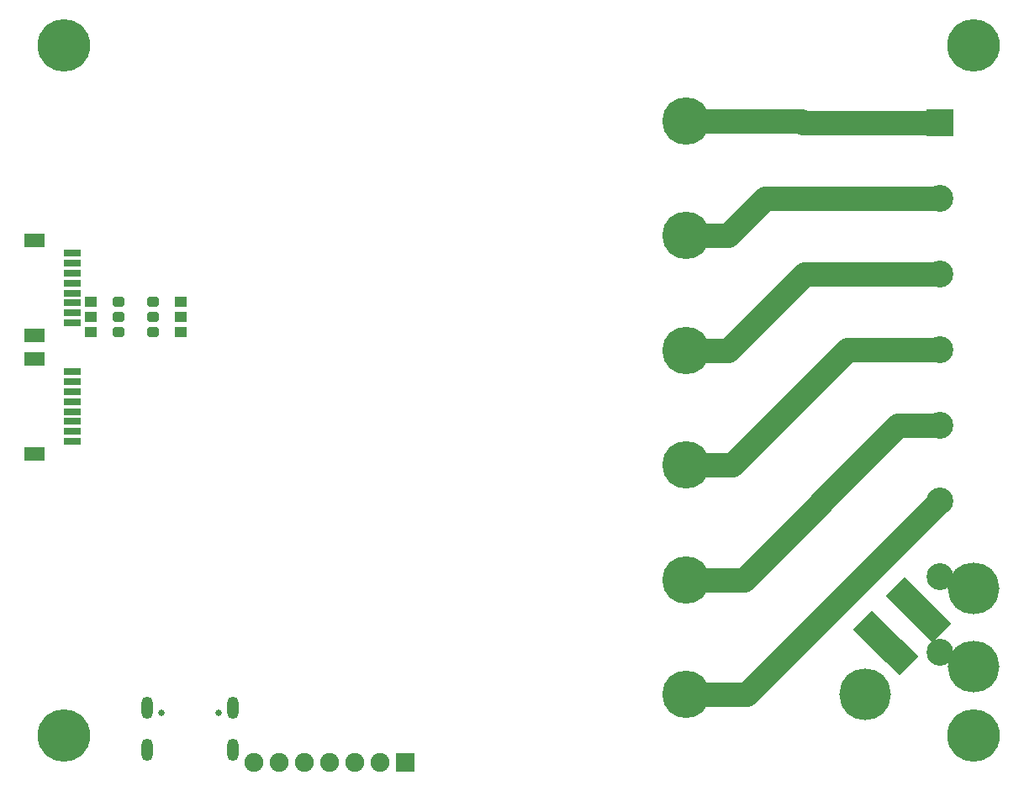
<source format=gbs>
G04*
G04 #@! TF.GenerationSoftware,Altium Limited,Altium Designer,20.0.12 (288)*
G04*
G04 Layer_Color=16711935*
%FSLAX25Y25*%
%MOIN*%
G70*
G01*
G75*
%ADD58C,0.09500*%
%ADD63R,0.06902X0.03162*%
%ADD93C,0.10642*%
%ADD94R,0.10642X0.10642*%
%ADD95C,0.20800*%
%ADD96R,0.07493X0.07493*%
%ADD97C,0.07493*%
%ADD98C,0.02559*%
%ADD99O,0.04600X0.08800*%
%ADD100C,0.20485*%
%ADD101C,0.18800*%
G04:AMPARAMS|DCode=130|XSize=106.77mil|YSize=110.31mil|CornerRadius=0mil|HoleSize=0mil|Usage=FLASHONLY|Rotation=45.000|XOffset=0mil|YOffset=0mil|HoleType=Round|Shape=Rectangle|*
%AMROTATEDRECTD130*
4,1,4,0.00125,-0.07675,-0.07675,0.00125,-0.00125,0.07675,0.07675,-0.00125,0.00125,-0.07675,0.0*
%
%ADD130ROTATEDRECTD130*%

G04:AMPARAMS|DCode=131|XSize=94.61mil|YSize=106.42mil|CornerRadius=0mil|HoleSize=0mil|Usage=FLASHONLY|Rotation=135.000|XOffset=0mil|YOffset=0mil|HoleType=Round|Shape=Rectangle|*
%AMROTATEDRECTD131*
4,1,4,0.07108,0.00418,-0.00418,-0.07108,-0.07108,-0.00418,0.00418,0.07108,0.07108,0.00418,0.0*
%
%ADD131ROTATEDRECTD131*%

G04:AMPARAMS|DCode=132|XSize=47.37mil|YSize=39.5mil|CornerRadius=0mil|HoleSize=0mil|Usage=FLASHONLY|Rotation=0.000|XOffset=0mil|YOffset=0mil|HoleType=Round|Shape=Octagon|*
%AMOCTAGOND132*
4,1,8,0.02368,-0.00987,0.02368,0.00987,0.01381,0.01975,-0.01381,0.01975,-0.02368,0.00987,-0.02368,-0.00987,-0.01381,-0.01975,0.01381,-0.01975,0.02368,-0.00987,0.0*
%
%ADD132OCTAGOND132*%

%ADD133R,0.04737X0.03950*%
%ADD134R,0.07887X0.05524*%
D58*
X619930Y177500D02*
X696630Y254200D01*
X596000Y177500D02*
X619930D01*
X680000Y284200D02*
X696630D01*
X618800Y223000D02*
X680000Y284200D01*
X596000Y223000D02*
X618800D01*
X659800Y314200D02*
X696630D01*
X614100Y268500D02*
X659800Y314200D01*
X596000Y268500D02*
X614100D01*
X642800Y344200D02*
X696630D01*
X612600Y314000D02*
X642800Y344200D01*
X596000Y314000D02*
X612600D01*
X596000Y359500D02*
X612600D01*
X627300Y374200D01*
X696630D01*
X641600Y405000D02*
X642400Y404200D01*
X596000Y405000D02*
X641600D01*
X642400Y404200D02*
X696630D01*
D63*
X352679Y277921D02*
D03*
Y305480D02*
D03*
Y293669D02*
D03*
Y281857D02*
D03*
Y289732D02*
D03*
Y285794D02*
D03*
Y301542D02*
D03*
Y297605D02*
D03*
Y324921D02*
D03*
Y352480D02*
D03*
Y340669D02*
D03*
Y328857D02*
D03*
Y336732D02*
D03*
Y332794D02*
D03*
Y348542D02*
D03*
Y344605D02*
D03*
D93*
X696630Y314200D02*
D03*
Y344200D02*
D03*
Y374200D02*
D03*
Y254200D02*
D03*
Y284200D02*
D03*
Y224200D02*
D03*
Y194200D02*
D03*
D94*
Y404200D02*
D03*
D95*
X709770Y161400D02*
D03*
Y435100D02*
D03*
X349206Y161400D02*
D03*
Y435100D02*
D03*
D96*
X484600Y150500D02*
D03*
D97*
X474600D02*
D03*
X464600D02*
D03*
X454600D02*
D03*
X444600D02*
D03*
X434600D02*
D03*
X424600D02*
D03*
D98*
X387822Y170193D02*
D03*
X410578Y170193D02*
D03*
D99*
X382192Y172162D02*
D03*
X416208Y172162D02*
D03*
X382192Y155705D02*
D03*
X416208D02*
D03*
D100*
X667000Y177500D02*
D03*
X710000Y219700D02*
D03*
Y188600D02*
D03*
D101*
X596000Y405000D02*
D03*
Y177500D02*
D03*
Y223000D02*
D03*
Y268500D02*
D03*
Y314000D02*
D03*
Y359500D02*
D03*
D130*
X687791Y211375D02*
D03*
X675075Y197975D02*
D03*
D131*
X680779Y192281D02*
D03*
X693863Y205365D02*
D03*
X669324Y203736D02*
D03*
X682408Y216820D02*
D03*
D132*
X370812Y333200D02*
D03*
X370812Y327250D02*
D03*
X370812Y321300D02*
D03*
X384588Y333200D02*
D03*
X384588Y327250D02*
D03*
X384588Y321300D02*
D03*
D133*
X359788Y333200D02*
D03*
X359788Y327250D02*
D03*
X359788Y321300D02*
D03*
X395612Y333200D02*
D03*
X395612Y327250D02*
D03*
Y321300D02*
D03*
D134*
X337521Y272802D02*
D03*
Y310598D02*
D03*
Y319802D02*
D03*
Y357598D02*
D03*
M02*

</source>
